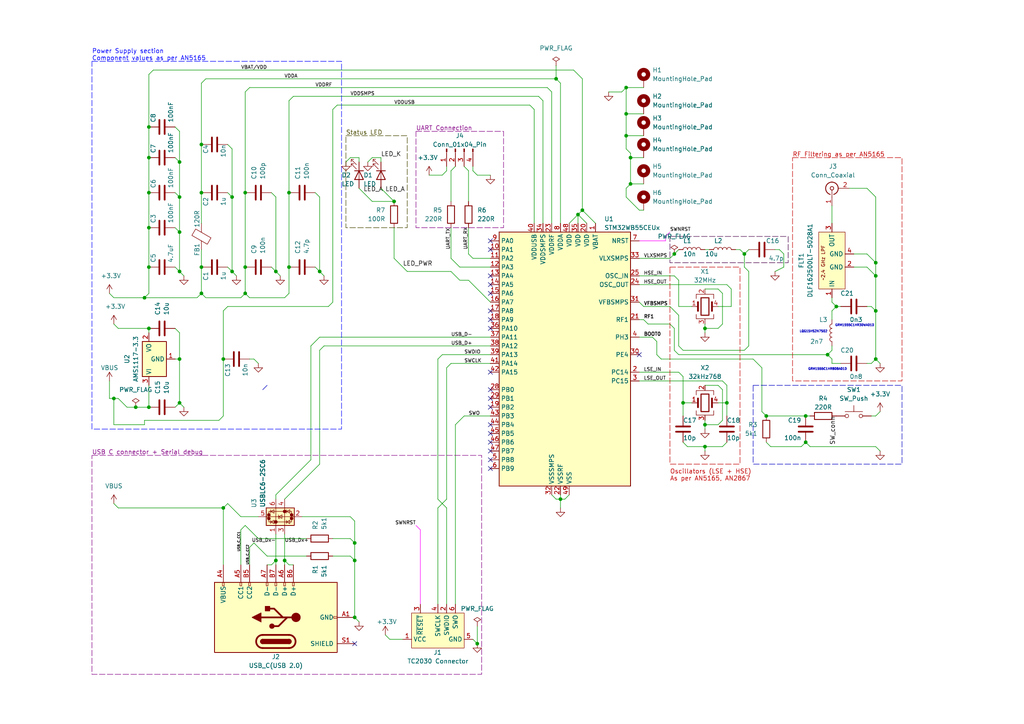
<source format=kicad_sch>
(kicad_sch (version 20231120) (generator "eeschema") (generator_version "8.0")
  (paper "A4")
  (title_block (title "STM32_BT_Project") (date "2024-10-21") (rev "0.2") (company "arpiku.xyz"))
  (junction (at 102.87 157.48))
  (junction (at 52.07 67.31))
  (junction (at 242.57 88.9))
  (junction (at 210.82 116.84))
  (junction (at 67.31 78.74))
  (junction (at 233.68 120.65))
  (junction (at 52.07 104.14))
  (junction (at 254 104.14))
  (junction (at 198.12 116.84))
  (junction (at 43.18 77.47))
  (junction (at 233.68 128.27))
  (junction (at 64.77 104.14))
  (junction (at 80.01 78.74))
  (junction (at 182.88 45.72))
  (junction (at 195.58 73.66))
  (junction (at 83.82 55.88))
  (junction (at 67.31 57.15))
  (junction (at 114.3 58.42))
  (junction (at 52.07 78.74))
  (junction (at 168.91 60.96))
  (junction (at 58.42 77.47))
  (junction (at 43.18 36.83))
  (junction (at 52.07 116.84))
  (junction (at 181.61 39.37))
  (junction (at 254 80.01))
  (junction (at 204.47 95.25))
  (junction (at 71.12 77.47))
  (junction (at 52.07 46.99))
  (junction (at 162.56 144.78))
  (junction (at 71.12 55.88))
  (junction (at 181.61 25.4))
  (junction (at 33.02 115.57))
  (junction (at 58.42 85.09))
  (junction (at 254 76.2))
  (junction (at 52.07 57.15))
  (junction (at 240.03 102.87))
  (junction (at 41.91 86.36))
  (junction (at 254 90.17))
  (junction (at 43.18 95.25))
  (junction (at 39.37 118.11))
  (junction (at 204.47 129.54))
  (junction (at 58.42 55.88))
  (junction (at 43.18 55.88))
  (junction (at 167.64 62.23))
  (junction (at 58.42 41.91))
  (junction (at 92.71 78.74))
  (junction (at 102.87 179.07))
  (junction (at 215.9 73.66))
  (junction (at 43.18 118.11))
  (junction (at 64.77 147.32))
  (junction (at 161.29 22.86))
  (junction (at 82.55 162.56))
  (junction (at 204.47 123.19))
  (junction (at 83.82 77.47))
  (junction (at 102.87 162.56))
  (junction (at 43.18 45.72))
  (junction (at 181.61 33.02))
  (junction (at 71.12 85.09))
  (junction (at 222.25 120.65))
  (junction (at 138.43 186.69))
  (junction (at 182.88 53.34))
  (junction (at 43.18 66.04))
  (junction (at 80.01 162.56))
  (no_connect (at 142.24 82.55))
  (no_connect (at 142.24 123.19))
  (no_connect (at 142.24 90.17))
  (no_connect (at 142.24 133.35))
  (no_connect (at 142.24 135.89))
  (no_connect (at 142.24 107.95))
  (no_connect (at 142.24 115.57))
  (no_connect (at 142.24 113.03))
  (no_connect (at 142.24 69.85))
  (no_connect (at 142.24 85.09))
  (no_connect (at 185.42 102.87))
  (no_connect (at 142.24 95.25))
  (no_connect (at 142.24 125.73))
  (no_connect (at 142.24 130.81))
  (no_connect (at 142.24 92.71))
  (no_connect (at 142.24 118.11))
  (no_connect (at 142.24 80.01))
  (no_connect (at 142.24 128.27))
  (no_connect (at 102.87 186.69))
  (no_connect (at 142.24 72.39))
  (wire (pts (xy 52.07 116.84) (xy 52.07 104.14)))
  (wire (pts (xy 242.57 88.9) (xy 243.84 88.9)))
  (wire (pts (xy 194.31 74.93) (xy 195.58 73.66)))
  (wire (pts (xy 33.02 115.57) (xy 33.02 123.19)))
  (wire (pts (xy 69.85 163.83) (xy 69.85 153.67)))
  (wire (pts (xy 241.3 87.63) (xy 242.57 88.9)))
  (wire (pts (xy 135.89 49.53) (xy 134.62 48.26)))
  (wire (pts (xy 204.47 111.76) (xy 208.28 111.76)))
  (wire (pts (xy 52.07 46.99) (xy 52.07 38.1)))
  (wire (pts (xy 252.73 120.65) (xy 254 120.65)))
  (wire (pts (xy 90.17 100.33) (xy 90.17 133.35)))
  (wire (pts (xy 224.79 72.39) (xy 226.06 72.39)))
  (wire (pts (xy 101.6 161.29) (xy 102.87 162.56)))
  (wire (pts (xy 83.82 77.47) (xy 83.82 85.09)))
  (wire (pts (xy 67.31 78.74) (xy 67.31 57.15)))
  (wire (pts (xy 208.28 111.76) (xy 209.55 113.03)))
  (wire (pts (xy 104.14 54.61) (xy 107.95 58.42)))
  (wire (pts (xy 195.58 80.01) (xy 196.85 81.28)))
  (wire (pts (xy 196.85 107.95) (xy 198.12 109.22)))
  (wire (pts (xy 58.42 24.13) (xy 59.69 22.86)))
  (wire (pts (xy 100.33 46.99) (xy 101.6 45.72)))
  (wire (pts (xy 241.3 59.69) (xy 241.3 64.77)))
  (wire (pts (xy 52.07 78.74) (xy 52.07 67.31)))
  (wire (pts (xy 212.09 83.82) (xy 212.09 88.9)))
  (wire (pts (xy 52.07 67.31) (xy 50.8 66.04)))
  (wire (pts (xy 193.04 69.85) (xy 193.04 68.58)) (stroke (width 0) (color 255 0 255 1)))
  (wire (pts (xy 162.56 24.13) (xy 162.56 64.77)))
  (wire (pts (xy 209.55 121.92) (xy 208.28 123.19)))
  (wire (pts (xy 85.09 27.94) (xy 156.21 27.94)))
  (wire (pts (xy 204.47 121.92) (xy 204.47 123.19)))
  (wire (pts (xy 39.37 118.11) (xy 43.18 118.11)))
  (wire (pts (xy 72.39 25.4) (xy 158.75 25.4)))
  (wire (pts (xy 185.42 97.79) (xy 189.23 97.79)))
  (wire (pts (xy 130.81 105.41) (xy 142.24 105.41)))
  (wire (pts (xy 52.07 57.15) (xy 52.07 46.99)))
  (wire (pts (xy 52.07 104.14) (xy 52.07 96.52)))
  (wire (pts (xy 210.82 82.55) (xy 212.09 83.82)))
  (wire (pts (xy 167.64 62.23) (xy 167.64 64.77)))
  (wire (pts (xy 31.75 85.09) (xy 33.02 86.36)))
  (wire (pts (xy 133.35 81.28) (xy 135.89 81.28)))
  (wire (pts (xy 165.1 64.77) (xy 167.64 62.23)))
  (wire (pts (xy 254 129.54) (xy 255.27 130.81)))
  (wire (pts (xy 208.28 116.84) (xy 210.82 116.84)))
  (wire (pts (xy 64.77 90.17) (xy 64.77 104.14)))
  (wire (pts (xy 113.03 185.42) (xy 116.84 185.42)))
  (wire (pts (xy 198.12 116.84) (xy 200.66 116.84)))
  (wire (pts (xy 43.18 66.04) (xy 43.18 55.88)))
  (wire (pts (xy 185.42 107.95) (xy 196.85 107.95)))
  (wire (pts (xy 181.61 39.37) (xy 186.69 39.37)))
  (wire (pts (xy 210.82 116.84) (xy 210.82 120.65)))
  (wire (pts (xy 67.31 78.74) (xy 68.58 80.01)))
  (wire (pts (xy 233.68 128.27) (xy 234.95 129.54)))
  (wire (pts (xy 189.23 97.79) (xy 190.5 99.06)))
  (wire (pts (xy 83.82 29.21) (xy 83.82 55.88)))
  (wire (pts (xy 135.89 81.28) (xy 142.24 87.63)))
  (wire (pts (xy 186.69 92.71) (xy 187.96 93.98)))
  (wire (pts (xy 77.47 161.29) (xy 88.9 161.29)))
  (wire (pts (xy 72.39 86.36) (xy 82.55 86.36)))
  (wire (pts (xy 220.98 106.68) (xy 220.98 119.38)))
  (wire (pts (xy 73.66 104.14) (xy 74.93 105.41)))
  (wire (pts (xy 190.5 102.87) (xy 191.77 104.14)))
  (wire (pts (xy 209.55 129.54) (xy 210.82 128.27)))
  (wire (pts (xy 85.09 163.83) (xy 83.82 163.83)))
  (wire (pts (xy 186.69 60.96) (xy 185.42 60.96)))
  (wire (pts (xy 138.43 50.8) (xy 142.24 50.8)))
  (wire (pts (xy 33.02 93.98) (xy 34.29 95.25)))
  (wire (pts (xy 43.18 111.76) (xy 43.18 118.11)))
  (wire (pts (xy 82.55 144.78) (xy 92.71 134.62)))
  (wire (pts (xy 110.49 45.72) (xy 110.49 46.99)))
  (wire (pts (xy 83.82 29.21) (xy 85.09 27.94)))
  (wire (pts (xy 31.75 115.57) (xy 31.75 110.49)))
  (wire (pts (xy 90.17 100.33) (xy 92.71 97.79)))
  (wire (pts (xy 80.01 143.51) (xy 90.17 133.35)))
  (wire (pts (xy 71.12 26.67) (xy 71.12 55.88)))
  (wire (pts (xy 186.69 88.9) (xy 194.31 88.9)))
  (wire (pts (xy 101.6 149.86) (xy 102.87 151.13)))
  (wire (pts (xy 58.42 77.47) (xy 58.42 72.39)))
  (wire (pts (xy 161.29 144.78) (xy 162.56 144.78)))
  (wire (pts (xy 78.74 77.47) (xy 80.01 78.74)))
  (wire (pts (xy 82.55 162.56) (xy 82.55 154.94)))
  (wire (pts (xy 43.18 77.47) (xy 43.18 85.09)))
  (wire (pts (xy 102.87 179.07) (xy 104.14 180.34)))
  (wire (pts (xy 185.42 87.63) (xy 186.69 88.9)))
  (wire (pts (xy 96.52 31.75) (xy 96.52 87.63)))
  (wire (pts (xy 185.42 110.49) (xy 209.55 110.49)))
  (wire (pts (xy 137.16 48.26) (xy 137.16 49.53)))
  (wire (pts (xy 209.55 85.09) (xy 209.55 93.98)))
  (wire (pts (xy 102.87 162.56) (xy 102.87 157.48)))
  (wire (pts (xy 95.25 88.9) (xy 96.52 87.63)))
  (wire (pts (xy 67.31 57.15) (xy 67.31 43.18)))
  (wire (pts (xy 52.07 116.84) (xy 53.34 118.11)))
  (wire (pts (xy 158.75 25.4) (xy 160.02 26.67)))
  (wire (pts (xy 52.07 78.74) (xy 53.34 80.01)))
  (wire (pts (xy 92.71 101.6) (xy 92.71 134.62)))
  (wire (pts (xy 57.15 86.36) (xy 58.42 85.09)))
  (wire (pts (xy 93.98 100.33) (xy 142.24 100.33)))
  (wire (pts (xy 195.58 73.66) (xy 196.85 72.39)))
  (wire (pts (xy 134.62 120.65) (xy 142.24 120.65)))
  (wire (pts (xy 129.54 49.53) (xy 128.27 50.8)))
  (wire (pts (xy 58.42 85.09) (xy 59.69 86.36)))
  (wire (pts (xy 33.02 115.57) (xy 34.29 115.57)))
  (wire (pts (xy 168.91 60.96) (xy 167.64 62.23)))
  (wire (pts (xy 127 147.32) (xy 127 175.26)))
  (wire (pts (xy 92.71 78.74) (xy 92.71 57.15)))
  (wire (pts (xy 215.9 77.47) (xy 217.17 78.74)))
  (wire (pts (xy 102.87 157.48) (xy 102.87 151.13)))
  (wire (pts (xy 43.18 45.72) (xy 43.18 36.83)))
  (wire (pts (xy 129.54 48.26) (xy 129.54 49.53)))
  (wire (pts (xy 135.89 73.66) (xy 137.16 74.93)))
  (wire (pts (xy 254 76.2) (xy 254 80.01)))
  (wire (pts (xy 234.95 129.54) (xy 254 129.54)))
  (wire (pts (xy 97.79 30.48) (xy 153.67 30.48)))
  (wire (pts (xy 251.46 77.47) (xy 254 80.01)))
  (wire (pts (xy 222.25 120.65) (xy 233.68 120.65)))
  (wire (pts (xy 241.3 100.33) (xy 241.3 101.6)))
  (wire (pts (xy 129.54 106.68) (xy 130.81 105.41)))
  (wire (pts (xy 63.5 121.92) (xy 64.77 120.65)))
  (wire (pts (xy 58.42 55.88) (xy 58.42 64.77)))
  (wire (pts (xy 204.47 130.81) (xy 204.47 129.54)))
  (wire (pts (xy 217.17 78.74) (xy 217.17 100.33)))
  (wire (pts (xy 223.52 129.54) (xy 222.25 128.27)))
  (wire (pts (xy 69.85 149.86) (xy 74.93 149.86)))
  (wire (pts (xy 104.14 45.72) (xy 104.14 46.99)))
  (wire (pts (xy 87.63 149.86) (xy 101.6 149.86)))
  (wire (pts (xy 241.3 90.17) (xy 241.3 92.71)))
  (wire (pts (xy 168.91 22.86) (xy 168.91 60.96)))
  (wire (pts (xy 154.94 31.75) (xy 154.94 64.77)))
  (wire (pts (xy 215.9 101.6) (xy 217.17 100.33)))
  (wire (pts (xy 41.91 123.19) (xy 41.91 121.92)))
  (wire (pts (xy 181.61 25.4) (xy 181.61 33.02)))
  (wire (pts (xy 194.31 88.9) (xy 196.85 91.44)))
  (wire (pts (xy 204.47 93.98) (xy 204.47 95.25)))
  (wire (pts (xy 33.02 123.19) (xy 41.91 123.19)))
  (wire (pts (xy 67.31 43.18) (xy 66.04 41.91)))
  (wire (pts (xy 78.74 163.83) (xy 80.01 162.56)))
  (wire (pts (xy 130.81 74.93) (xy 133.35 77.47)))
  (wire (pts (xy 74.93 156.21) (xy 88.9 156.21)))
  (wire (pts (xy 66.04 146.05) (xy 69.85 149.86)))
  (wire (pts (xy 185.42 60.96) (xy 181.61 57.15)))
  (wire (pts (xy 31.75 115.57) (xy 33.02 115.57)))
  (wire (pts (xy 204.47 95.25) (xy 204.47 96.52)))
  (wire (pts (xy 59.69 22.86) (xy 161.29 22.86)))
  (wire (pts (xy 130.81 49.53) (xy 132.08 48.26)))
  (wire (pts (xy 162.56 143.51) (xy 162.56 144.78)))
  (wire (pts (xy 83.82 163.83) (xy 82.55 162.56)))
  (wire (pts (xy 69.85 86.36) (xy 71.12 85.09)))
  (wire (pts (xy 215.9 73.66) (xy 217.17 72.39)))
  (wire (pts (xy 50.8 104.14) (xy 52.07 104.14)))
  (wire (pts (xy 52.07 67.31) (xy 52.07 57.15)))
  (wire (pts (xy 137.16 185.42) (xy 138.43 186.69)))
  (wire (pts (xy 106.68 46.99) (xy 107.95 45.72)))
  (wire (pts (xy 241.3 86.36) (xy 241.3 87.63)))
  (wire (pts (xy 130.81 66.04) (xy 130.81 74.93)))
  (wire (pts (xy 77.47 163.83) (xy 78.74 163.83)))
  (wire (pts (xy 92.71 101.6) (xy 93.98 100.33)))
  (wire (pts (xy 198.12 101.6) (xy 215.9 101.6)))
  (wire (pts (xy 208.28 83.82) (xy 209.55 85.09)))
  (wire (pts (xy 210.82 111.76) (xy 210.82 116.84)))
  (wire (pts (xy 113.03 185.42) (xy 111.76 184.15)))
  (wire (pts (xy 72.39 158.75) (xy 73.66 157.48)))
  (wire (pts (xy 121.92 153.67) (xy 120.65 152.4)) (stroke (width 0) (color 255 0 255 1)))
  (wire (pts (xy 137.16 74.93) (xy 142.24 74.93)))
  (wire (pts (xy 50.8 118.11) (xy 52.07 116.84)))
  (wire (pts (xy 114.3 74.93) (xy 118.11 78.74)))
  (wire (pts (xy 110.49 54.61) (xy 114.3 58.42)))
  (wire (pts (xy 71.12 77.47) (xy 71.12 55.88)))
  (wire (pts (xy 182.88 53.34) (xy 186.69 53.34)))
  (wire (pts (xy 190.5 99.06) (xy 190.5 102.87)))
  (wire (pts (xy 33.02 146.05) (xy 34.29 147.32)))
  (wire (pts (xy 193.04 68.58) (xy 194.31 67.31)) (stroke (width 0) (color 255 0 255 1)))
  (wire (pts (xy 196.85 81.28) (xy 196.85 88.9)))
  (wire (pts (xy 64.77 163.83) (xy 64.77 147.32)))
  (wire (pts (xy 127 104.14) (xy 128.27 102.87)))
  (wire (pts (xy 133.35 77.47) (xy 142.24 77.47)))
  (wire (pts (xy 198.12 128.27) (xy 199.39 129.54)))
  (wire (pts (xy 185.42 82.55) (xy 210.82 82.55)))
  (wire (pts (xy 176.53 26.67) (xy 180.34 26.67)))
  (wire (pts (xy 69.85 153.67) (xy 71.12 152.4)))
  (wire (pts (xy 209.55 113.03) (xy 209.55 121.92)))
  (wire (pts (xy 181.61 39.37) (xy 181.61 43.18)))
  (wire (pts (xy 240.03 102.87) (xy 241.3 101.6)))
  (wire (pts (xy 96.52 31.75) (xy 97.79 30.48)))
  (wire (pts (xy 227.33 73.66) (xy 227.33 77.47)))
  (wire (pts (xy 181.61 25.4) (xy 186.69 25.4)))
  (wire (pts (xy 180.34 26.67) (xy 181.61 25.4)))
  (wire (pts (xy 204.47 129.54) (xy 209.55 129.54)))
  (wire (pts (xy 160.02 26.67) (xy 160.02 64.77)))
  (wire (pts (xy 194.31 74.93) (xy 185.42 74.93)))
  (wire (pts (xy 156.21 27.94) (xy 157.48 29.21)))
  (wire (pts (xy 226.06 72.39) (xy 227.33 73.66)))
  (wire (pts (xy 204.47 123.19) (xy 208.28 123.19)))
  (wire (pts (xy 71.12 26.67) (xy 72.39 25.4)))
  (wire (pts (xy 161.29 22.86) (xy 162.56 24.13)))
  (wire (pts (xy 64.77 120.65) (xy 64.77 104.14)))
  (wire (pts (xy 132.08 123.19) (xy 132.08 175.26)))
  (wire (pts (xy 52.07 46.99) (xy 50.8 45.72)))
  (wire (pts (xy 34.29 115.57) (xy 36.83 118.11)))
  (wire (pts (xy 193.04 69.85) (xy 185.42 69.85)) (stroke (width 0) (color 255 0 255 1)))
  (wire (pts (xy 198.12 116.84) (xy 198.12 120.65)))
  (wire (pts (xy 215.9 73.66) (xy 214.63 72.39)))
  (wire (pts (xy 208.28 88.9) (xy 212.09 88.9)))
  (wire (pts (xy 64.77 90.17) (xy 66.04 88.9)))
  (wire (pts (xy 215.9 77.47) (xy 215.9 73.66)))
  (wire (pts (xy 209.55 110.49) (xy 210.82 111.76)))
  (wire (pts (xy 130.81 78.74) (xy 133.35 81.28)))
  (wire (pts (xy 138.43 181.61) (xy 138.43 186.69)))
  (wire (pts (xy 52.07 78.74) (xy 50.8 77.47)))
  (wire (pts (xy 247.65 77.47) (xy 251.46 77.47)))
  (wire (pts (xy 182.88 45.72) (xy 186.69 45.72)))
  (wire (pts (xy 107.95 45.72) (xy 110.49 45.72)))
  (wire (pts (xy 58.42 55.88) (xy 58.42 41.91)))
  (wire (pts (xy 34.29 95.25) (xy 43.18 95.25)))
  (wire (pts (xy 204.47 123.19) (xy 204.47 124.46)))
  (wire (pts (xy 128.27 102.87) (xy 142.24 102.87)))
  (wire (pts (xy 191.77 104.14) (xy 218.44 104.14)))
  (wire (pts (xy 220.98 119.38) (xy 222.25 120.65)))
  (wire (pts (xy 67.31 78.74) (xy 66.04 77.47)))
  (wire (pts (xy 92.71 97.79) (xy 142.24 97.79)))
  (wire (pts (xy 204.47 95.25) (xy 208.28 95.25)))
  (wire (pts (xy 185.42 92.71) (xy 186.69 92.71)))
  (wire (pts (xy 167.64 62.23) (xy 170.18 64.77)))
  (wire (pts (xy 166.37 20.32) (xy 168.91 22.86)))
  (wire (pts (xy 58.42 24.13) (xy 58.42 41.91)))
  (wire (pts (xy 80.01 78.74) (xy 81.28 80.01)))
  (wire (pts (xy 233.68 128.27) (xy 232.41 129.54)))
  (wire (pts (xy 132.08 123.19) (xy 134.62 120.65)))
  (wire (pts (xy 195.58 101.6) (xy 196.85 102.87)))
  (wire (pts (xy 251.46 73.66) (xy 254 76.2)))
  (wire (pts (xy 82.55 163.83) (xy 82.55 162.56)))
  (wire (pts (xy 41.91 86.36) (xy 43.18 85.09)))
  (wire (pts (xy 92.71 57.15) (xy 91.44 55.88)))
  (wire (pts (xy 182.88 44.45) (xy 181.61 43.18)))
  (wire (pts (xy 251.46 54.61) (xy 254 57.15)))
  (wire (pts (xy 182.88 45.72) (xy 182.88 53.34)))
  (wire (pts (xy 181.61 33.02) (xy 181.61 39.37)))
  (wire (pts (xy 59.69 86.36) (xy 69.85 86.36)))
  (wire (pts (xy 73.66 157.48) (xy 77.47 161.29)))
  (wire (pts (xy 254 104.14) (xy 255.27 105.41)))
  (wire (pts (xy 254 80.01) (xy 254 90.17)))
  (wire (pts (xy 114.3 66.04) (xy 114.3 74.93)))
  (wire (pts (xy 161.29 19.05) (xy 161.29 22.86)))
  (wire (pts (xy 247.65 73.66) (xy 251.46 73.66)))
  (wire (pts (xy 121.92 153.67) (xy 121.92 175.26)) (stroke (width 0) (color 255 0 255 1)))
  (wire (pts (xy 43.18 95.25) (xy 43.18 96.52)))
  (wire (pts (xy 135.89 66.04) (xy 135.89 73.66)))
  (wire (pts (xy 72.39 163.83) (xy 72.39 158.75)))
  (wire (pts (xy 213.36 72.39) (xy 214.63 72.39)))
  (wire (pts (xy 251.46 88.9) (xy 252.73 88.9)))
  (wire (pts (xy 162.56 144.78) (xy 162.56 147.32)))
  (wire (pts (xy 127 147.32) (xy 129.54 144.78)))
  (wire (pts (xy 223.52 129.54) (xy 232.41 129.54)))
  (wire (pts (xy 78.74 55.88) (xy 80.01 57.15)))
  (wire (pts (xy 187.96 93.98) (xy 194.31 93.98)))
  (wire (pts (xy 182.88 45.72) (xy 182.88 44.45)))
  (wire (pts (xy 118.11 78.74) (xy 130.81 78.74)))
  (wire (pts (xy 124.46 50.8) (xy 128.27 50.8)))
  (wire (pts (xy 34.29 147.32) (xy 64.77 147.32)))
  (wire (pts (xy 129.54 147.32) (xy 129.54 175.26)))
  (wire (pts (xy 196.85 100.33) (xy 198.12 101.6)))
  (wire (pts (xy 241.3 104.14) (xy 241.3 105.41)))
  (wire (pts (xy 67.31 57.15) (xy 66.04 55.88)))
  (wire (pts (xy 199.39 129.54) (xy 204.47 129.54)))
  (wire (pts (xy 80.01 162.56) (xy 80.01 154.94)))
  (wire (pts (xy 101.6 156.21) (xy 102.87 157.48)))
  (wire (pts (xy 181.61 33.02) (xy 186.69 33.02)))
  (wire (pts (xy 241.3 90.17) (xy 242.57 88.9)))
  (wire (pts (xy 72.39 104.14) (xy 73.66 104.14)))
  (wire (pts (xy 204.47 72.39) (xy 205.74 72.39)))
  (wire (pts (xy 82.55 86.36) (xy 83.82 85.09)))
  (wire (pts (xy 80.01 144.78) (xy 80.01 143.51)))
  (wire (pts (xy 52.07 57.15) (xy 50.8 55.88)))
  (wire (pts (xy 220.98 106.68) (xy 218.44 104.14)))
  (wire (pts (xy 80.01 78.74) (xy 80.01 57.15)))
  (wire (pts (xy 196.85 88.9) (xy 200.66 88.9)))
  (wire (pts (xy 96.52 156.21) (xy 101.6 156.21)))
  (wire (pts (xy 135.89 49.53) (xy 135.89 58.42)))
  (wire (pts (xy 58.42 77.47) (xy 58.42 85.09)))
  (wire (pts (xy 185.42 80.01) (xy 195.58 80.01)))
  (wire (pts (xy 43.18 21.59) (xy 44.45 20.32)))
  (wire (pts (xy 129.54 106.68) (xy 129.54 144.78)))
  (wire (pts (xy 195.58 95.25) (xy 195.58 101.6)))
  (wire (pts (xy 168.91 60.96) (xy 172.72 64.77)))
  (wire (pts (xy 196.85 102.87) (xy 240.03 102.87)))
  (wire (pts (xy 204.47 83.82) (xy 208.28 83.82)))
  (wire (pts (xy 196.85 91.44) (xy 196.85 100.33)))
  (polyline (pts (xy 76.2 113.03) (xy 77.47 111.76)))
  (wire (pts (xy 44.45 20.32) (xy 166.37 20.32)))
  (wire (pts (xy 246.38 54.61) (xy 251.46 54.61)))
  (wire (pts (xy 160.02 143.51) (xy 161.29 144.78)))
  (wire (pts (xy 153.67 30.48) (xy 154.94 31.75)))
  (wire (pts (xy 130.81 58.42) (xy 130.81 49.53)))
  (wire (pts (xy 254 90.17) (xy 254 104.14)))
  (wire (pts (xy 43.18 21.59) (xy 43.18 36.83)))
  (wire (pts (xy 137.16 49.53) (xy 138.43 50.8)))
  (wire (pts (xy 251.46 105.41) (xy 252.73 105.41)))
  (wire (pts (xy 83.82 77.47) (xy 83.82 55.88)))
  (wire (pts (xy 227.33 77.47) (xy 224.79 78.74)))
  (wire (pts (xy 64.77 147.32) (xy 66.04 146.05)))
  (wire (pts (xy 52.07 96.52) (xy 50.8 95.25)))
  (wire (pts (xy 92.71 78.74) (xy 91.44 77.47)))
  (wire (pts (xy 181.61 57.15) (xy 181.61 54.61)))
  (wire (pts (xy 163.83 144.78) (xy 165.1 143.51)))
  (wire (pts (xy 43.18 55.88) (xy 43.18 45.72)))
  (wire (pts (xy 74.93 156.21) (xy 71.12 152.4)))
  (wire (pts (xy 41.91 86.36) (xy 57.15 86.36)))
  (wire (pts (xy 254 104.14) (xy 252.73 105.41)))
  (wire (pts (xy 71.12 77.47) (xy 71.12 85.09)))
  (wire (pts (xy 240.03 102.87) (xy 241.3 104.14)))
  (wire (pts (xy 33.02 86.36) (xy 41.91 86.36)))
  (wire (pts (xy 241.3 105.41) (xy 243.84 105.41)))
  (wire (pts (xy 157.48 29.21) (xy 157.48 64.77)))
  (wire (pts (xy 96.52 161.29) (xy 101.6 161.29)))
  (wire (pts (xy 254 120.65) (xy 255.27 119.38)))
  (wire (pts (xy 129.54 147.32) (xy 127 144.78)))
  (wire (pts (xy 102.87 179.07) (xy 102.87 162.56)))
  (wire (pts (xy 36.83 118.11) (xy 39.37 118.11)))
  (wire (pts (xy 66.04 88.9) (xy 95.25 88.9)))
  (wire (pts (xy 162.56 144.78) (xy 163.83 144.78)))
  (wire (pts (xy 233.68 120.65) (xy 234.95 120.65)))
  (wire (pts (xy 127 104.14) (xy 127 144.78)))
  (wire (pts (xy 107.95 58.42) (xy 114.3 58.42)))
  (wire (pts (xy 252.73 88.9) (xy 254 90.17)))
  (wire (pts (xy 80.01 163.83) (xy 80.01 162.56)))
  (wire (pts (xy 101.6 45.72) (xy 104.14 45.72)))
  (wire (pts (xy 209.55 93.98) (xy 208.28 95.25)))
  (wire (pts (xy 71.12 85.09) (xy 72.39 86.36)))
  (wire (pts (xy 43.18 77.47) (xy 43.18 66.04)))
  (wire (pts (xy 254 57.15) (xy 254 76.2)))
  (wire (pts (xy 92.71 78.74) (xy 93.98 80.01)))
  (wire (pts (xy 52.07 38.1) (xy 50.8 36.83)))
  (wire (pts (xy 41.91 121.92) (xy 63.5 121.92)))
  (wire (pts (xy 194.31 93.98) (xy 195.58 95.25)))
  (wire (pts (xy 198.12 109.22) (xy 198.12 116.84)))
  (wire (pts (xy 181.61 54.61) (xy 182.88 53.34)))
  (rectangle (start 26.67 17.78) (end 99.06 124.46) (stroke (width 0) (type dash) (color 0 0 255 1)))
  (rectangle (start 229.87 45.72) (end 261.62 110.49) (stroke (width 0) (type dash) (color 194 0 0 1)))
  (rectangle (start 218.44 111.76) (end 261.62 134.62) (stroke (width 0) (type dash)))
  (rectangle (start 194.31 77.47) (end 214.63 134.62) (stroke (width 0) (type dash) (color 194 0 0 1)))
  (rectangle (start 100.33 39.37) (end 118.11 66.04) (stroke (width 0) (type dash) (color 72 72 0 1)))
  (rectangle (start 120.65 38.1) (end 146.05 66.04) (stroke (width 0) (type dash) (color 132 0 132 1)))
  (rectangle (start 26.67 132.08) (end 139.7 195.58) (stroke (width 0) (type dash) (color 132 0 132 1)))
  (rectangle (start 194.31 68.58) (end 228.6 76.2) (stroke (width 0) (type dash) (color 72 0 72 1)))
  (text "LQG15HS2N7S02" (at 235.966 96.266 0) (effects (font (size 0.635 0.635))))
  (text "Oscillators (LSE + HSE) \nAs per AN5165, AN2867" (at 194.31 139.7 0) (effects (font (size 1.27 1.27)) (justify left bottom)))
  (text "USB C connector + Serial debug\n" (at 26.67 132.08 0) (effects (font (size 1.27 1.27)) (justify left bottom)))
  (text "RF Filtering as per AN5165" (at 229.87 45.72 0) (effects (font (size 1.27 1.27)) (justify left bottom)))
  (text "GRM1555C1HR80BA01D" (at 240.03 107.188 0) (effects (font (size 0.635 0.635))))
  (text "UART Connection\n" (at 120.65 38.1 0) (effects (font (size 1.27 1.27)) (justify left bottom)))
  (text "GRM1555C1HR30WA01D" (at 247.904 94.488 0) (effects (font (size 0.635 0.635))))
  (text "Power Supply section\nComponent values as per AN5165" (at 26.67 17.78 0) (effects (font (size 1.27 1.27)) (justify left bottom)))
  (text "Status LED" (at 100.33 39.37 0) (effects (font (size 1.27 1.27)) (justify left bottom)))
  (label "USB_C_CC2" (at 72.39 163.83 90) (effects (font (size 0.68 0.68))))
  (label "SWNRST" (at 120.65 152.4 180) (effects (font (size 1 1))))
  (label "VDDUSB" (at 114.3 30.48 0) (effects (font (size 1 1))))
  (label "BOOT0" (at 186.69 97.79 0) (effects (font (size 1 1) (thickness 0.2) (bold yes))))
  (label "LSE_OUT" (at 186.69 110.49 0) (effects (font (size 1 1))))
  (label "HSE_IN" (at 186.69 80.01 0) (effects (font (size 1 1))))
  (label "SWNRST" (at 194.31 67.31 0) (effects (font (size 1 1))))
  (label "LSE_IN" (at 186.69 107.95 0) (effects (font (size 1 1))))
  (label "RF1" (at 186.69 92.71 0) (effects (font (size 1 1) (thickness 0.2) (bold yes))))
  (label "HSE_OUT" (at 186.69 82.55 0) (effects (font (size 1 1))))
  (label "USB_C_CC1" (at 69.85 160.02 90) (effects (font (size 0.68 0.68))))
  (label "VFBSMPS" (at 186.69 88.9 0) (effects (font (size 1 1) (thickness 0.2) (bold yes))))
  (label "USB_Dx-" (at 80.01 157.48 180) (effects (font (size 1 1))))
  (label "LED_K" (at 110.49 45.72 0))
  (label "VDDA" (at 86.36 22.86 180) (effects (font (size 1 1))))
  (label "LED_A" (at 105.41 55.88 0))
  (label "USB_D+" (at 130.81 100.33 0) (effects (font (size 1 1))))
  (label "USB_D-" (at 130.81 97.79 0) (effects (font (size 1 1))))
  (label "SWDIO" (at 134.62 102.87 0) (effects (font (size 1 1))))
  (label "USB_Dx+" (at 82.55 157.48 0) (effects (font (size 1 1))))
  (label "LED_PWR" (at 116.84 77.47 0))
  (label "VDDSMPS" (at 101.6 27.94 0) (effects (font (size 1 1))))
  (label "SW_conn" (at 242.57 120.65 270))
  (label "VLXSMPS" (at 186.69 74.93 0) (effects (font (size 1 1))))
  (label "VDDRF" (at 91.44 25.4 0) (effects (font (size 1 1))))
  (label "SWO" (at 135.89 120.65 0) (effects (font (size 1 1))))
  (label "UART_TX" (at 130.81 72.39 90) (effects (font (size 1 1))))
  (label "SWCLK" (at 134.62 105.41 0) (effects (font (size 1 1))))
  (label "VBAT{slash}VDD" (at 77.47 20.32 180) (effects (font (size 1 1))))
  (label "LED_A" (at 111.76 55.88 0))
  (label "UART_RX" (at 135.89 72.39 90) (effects (font (size 1 1))))
  (symbol (lib_id "power:GND") (at 224.79 78.74 0) (unit 1)
    (property "Reference" "#PWR017" (effects (hide yes)))
    (property "Value" "GND" (effects (hide yes)))
  )
  (symbol (lib_id "power:+3.3V") (at 33.02 93.98 0) (unit 1)
    (property "Reference" "#PWR014" (effects (hide yes)))
    (property "Value" "+3.3V" (at 30.48 88.9 0) (effects (justify left)))
  )
  (symbol (lib_id "power:GND") (at 176.53 26.67 0) (mirror y) (unit 1)
    (property "Reference" "#PWR026" (effects (hide yes)))
    (property "Value" "GND" (effects (hide yes)))
  )
  (symbol (lib_id "Mechanical:MountingHole_Pad") (at 186.69 58.42 0) (unit 1) (exclude_from_sim yes) (in_bom no)
    (property "Reference" "H6" (at 189.23 55.8799 0) (effects (justify left)))
    (property "Value" "MountingHole_Pad" (at 189.23 58.4199 0) (effects (justify left)))
    (property "Description" "Mounting Hole with connection" (effects (hide yes)))
  )
  (symbol (lib_id "Device:C") (at 46.99 45.72 90) (unit 1)
    (property "Reference" "C7" (at 44.45 44.45 0) (effects (justify left)))
    (property "Value" "100nF" (at 49.53 44.45 0) (effects (justify left)))
    (property "Footprint" "Capacitor_SMD:C_0402_1005Metric" (effects (hide yes)))
  )
  (symbol (lib_id "power:GND") (at 204.47 96.52 0) (unit 1)
    (property "Reference" "#PWR018" (effects (hide yes)))
    (property "Value" "GND" (effects (hide yes)))
  )
  (symbol (lib_id "Device:R") (at 135.89 62.23 0) (unit 1)
    (property "Reference" "R6" (at 138.43 60.96 0) (effects (justify left)))
    (property "Value" "220R" (at 138.43 63.5 0) (effects (justify left)))
    (property "Footprint" "Resistor_SMD:R_0603_1608Metric" (effects (hide yes)))
  )
  (symbol (lib_id "Device:L") (at 200.66 72.39 270) (mirror x) (unit 1)
    (property "Reference" "L1" (at 198.12 69.85 90) (effects (justify left)))
    (property "Value" "10n" (at 198.12 73.66 90) (effects (justify left)))
    (property "Footprint" "Inductor_SMD:L_0402_1005Metric" (effects (hide yes)))
  )
  (symbol (lib_id "Device:C") (at 68.58 104.14 90) (mirror x) (unit 1)
    (property "Reference" "C13" (at 66.04 105.41 0) (effects (justify left)))
    (property "Value" "10n" (at 71.12 105.41 0) (effects (justify left)))
    (property "Footprint" "Capacitor_SMD:C_0603_1608Metric" (effects (hide yes)))
  )
  (symbol (lib_id "Device:R") (at 114.3 62.23 0) (mirror y) (unit 1)
    (property "Reference" "R7" (at 111.76 60.96 0) (effects (justify left)))
    (property "Value" "100R" (at 111.76 63.5 0) (effects (justify left)))
    (property "Footprint" "Resistor_SMD:R_0603_1608Metric" (effects (hide yes)))
  )
  (symbol (lib_id "power:GND") (at 81.28 80.01 0) (unit 1)
    (property "Reference" "#PWR03" (effects (hide yes)))
    (property "Value" "GND" (effects (hide yes)))
  )
  (symbol (lib_id "power:GND") (at 204.47 130.81 0) (unit 1)
    (property "Reference" "#PWR019" (effects (hide yes)))
    (property "Value" "GND" (effects (hide yes)))
  )
  (symbol (lib_id "Device:C") (at 46.99 36.83 90) (unit 1)
    (property "Reference" "C8" (at 44.45 35.56 0) (effects (justify left)))
    (property "Value" "100nF" (at 49.53 35.56 0) (effects (justify left)))
    (property "Footprint" "Capacitor_SMD:C_0402_1005Metric" (effects (hide yes)))
  )
  (symbol (lib_id "Device:C") (at 62.23 77.47 90) (mirror x) (unit 1)
    (property "Reference" "C1" (at 59.69 78.74 0) (effects (justify left)))
    (property "Value" "1u" (at 64.77 78.74 0) (effects (justify left)))
    (property "Footprint" "Capacitor_SMD:C_0603_1608Metric" (effects (hide yes)))
  )
  (symbol (lib_id "power:GND") (at 255.27 130.81 0) (unit 1)
    (property "Reference" "#PWR023" (effects (hide yes)))
    (property "Value" "GND" (effects (hide yes)))
  )
  (symbol (lib_id "power:GND") (at 106.68 46.99 0) (unit 1)
    (property "Reference" "#PWR09" (effects (hide yes)))
    (property "Value" "GND" (effects (hide yes)))
  )
  (symbol (lib_id "Mechanical:MountingHole_Pad") (at 186.69 50.8 0) (unit 1) (exclude_from_sim yes) (in_bom no)
    (property "Reference" "H5" (at 189.23 48.2599 0) (effects (justify left)))
    (property "Value" "MountingHole_Pad" (at 189.23 50.7999 0) (effects (justify left)))
    (property "Description" "Mounting Hole with connection" (effects (hide yes)))
  )
  (symbol (lib_id "Regulator_Linear:AMS1117-3.3") (at 43.18 104.14 90) (unit 1)
    (property "Reference" "U2" (at 36.83 104.14 0))
    (property "Value" "AMS1117-3.3" (at 39.37 104.14 0))
    (property "Footprint" "Package_TO_SOT_SMD:SOT-223-3_TabPin2" (effects (hide yes)))
    (property "Datasheet" "http://www.advanced-monolithic.com/pdf/ds1117.pdf" (effects (hide yes)))
  )
  (symbol (lib_id "Connector:USB_C_Receptacle_USB2.0_14P") (at 80.01 179.07 90) (unit 1)
    (property "Reference" "J2" (at 80.01 190.5 90))
    (property "Value" "USB_C(USB 2.0)" (at 80.01 193.04 90))
    (property "Footprint" "Connector_USB:USB_C_Receptacle_GCT_USB4105-xx-A_16P_TopMnt_Horizontal" (effects (hide yes)))
    (property "Datasheet" "https://www.usb.org/sites/default/files/documents/usb_type-c.zip" (effects (hide yes)))
  )
  (symbol (lib_id "power:+3.3V") (at 124.46 50.8 0) (mirror y) (unit 1)
    (property "Reference" "#PWR08" (effects (hide yes)))
    (property "Value" "+3.3V" (at 127 45.72 0) (effects (justify left)))
  )
  (symbol (lib_id "Connector:Conn_ARM_SWD_TagConnect_TC2030") (at 127 182.88 90) (unit 1) (in_bom no)
    (property "Reference" "J1" (at 125.73 189.23 90) (effects (justify right)))
    (property "Value" "TC2030 Connector" (at 118.11 191.77 90) (effects (justify right)))
    (property "Footprint" "Connector:Tag-Connect_TC2030-IDC-FP_2x03_P1.27mm_Vertical" (effects (hide yes)))
    (property "Datasheet" "https://www.tag-connect.com/wp-content/uploads/bsk-pdf-manager/TC2030-CTX_1.pdf" (effects (hide yes)))
  )
  (symbol (lib_id "Device:C") (at 46.99 118.11 90) (unit 1)
    (property "Reference" "C15" (at 45.72 114.3 0) (effects (justify left)))
    (property "Value" "10u" (at 48.26 114.3 0) (effects (justify left)))
    (property "Footprint" "Capacitor_SMD:C_0603_1608Metric" (effects (hide yes)))
  )
  (symbol (lib_id "Device:R") (at 130.81 62.23 0) (mirror y) (unit 1)
    (property "Reference" "R5" (at 128.27 60.96 0) (effects (justify left)))
    (property "Value" "220R" (at 128.27 63.5 0) (effects (justify left)))
    (property "Footprint" "Resistor_SMD:R_0603_1608Metric" (effects (hide yes)))
  )
  (symbol (lib_id "power:PWR_FLAG") (at 161.29 19.05 0) (unit 1)
    (property "Reference" "#FLG01" (effects (hide yes)))
    (property "Value" "PWR_FLAG" (at 161.29 13.97 0))
  )
  (symbol (lib_name "PWR_FLAG_3") (lib_id "power:PWR_FLAG") (at 195.58 73.66 0) (unit 1)
    (property "Reference" "#FLG04" (effects (hide yes)))
    (property "Value" "PWR_FLAG" (at 195.58 68.58 0))
    (property "Description" "Special symbol for telling ERC where power comes from" (effects (hide yes)))
  )
  (symbol (lib_id "Switch:SW_Push") (at 247.65 120.65 0) (unit 1)
    (property "Reference" "SW1" (at 247.65 113.03 0))
    (property "Value" "SW_Push" (at 247.65 115.57 0))
    (property "Footprint" "Button_Switch_THT:SW_PUSH_6mm_H4.3mm" (effects (hide yes)))
  )
  (symbol (lib_id "power:+3.3V") (at 255.27 119.38 0) (unit 1)
    (property "Reference" "#PWR022" (effects (hide yes)))
    (property "Value" "+3.3V" (at 255.27 114.3 0))
  )
  (symbol (lib_id "Device:R") (at 238.76 120.65 270) (mirror x) (unit 1)
    (property "Reference" "R4" (at 238.76 115.57 90))
    (property "Value" "220R" (at 238.76 118.11 90))
    (property "Footprint" "Resistor_SMD:R_0603_1608Metric" (effects (hide yes)))
  )
  (symbol (lib_id "Device:L") (at 241.3 96.52 180) (unit 1)
    (property "Reference" "L3" (at 240.03 92.71 0) (effects (justify left)))
    (property "Value" "2n7" (at 238.76 99.06 0) (effects (justify left)))
    (property "Footprint" "Inductor_SMD:L_0402_1005Metric" (effects (hide yes)))
  )
  (symbol (lib_id "Device:L") (at 209.55 72.39 90) (unit 1)
    (property "Reference" "L2" (at 209.55 69.85 90) (effects (justify left)))
    (property "Value" "10u" (at 208.28 73.66 90) (effects (justify left)))
    (property "Footprint" "Inductor_SMD:L_0603_1608Metric" (effects (hide yes)))
  )
  (symbol (lib_id "Connector:Conn_Coaxial") (at 241.3 54.61 90) (unit 1)
    (property "Reference" "J3" (at 241.5932 48.26 90))
    (property "Value" "Conn_Coaxial" (at 241.5932 50.8 90))
    (property "Footprint" "Connector_Coaxial:U.FL_Hirose_U.FL-R-SMT-1_Vertical" (effects (hide yes)))
    (property "Datasheet" " ~" (effects (hide yes)))
  )
  (symbol (lib_id "power:GND") (at 100.33 46.99 0) (unit 1)
    (property "Reference" "#PWR025" (effects (hide yes)))
    (property "Value" "GND" (effects (hide yes)))
  )
  (symbol (lib_id "Device:C") (at 198.12 124.46 0) (unit 1)
    (property "Reference" "C17" (at 198.12 121.92 0) (effects (justify left)))
    (property "Value" "10p" (at 198.12 127 0) (effects (justify left)))
    (property "Footprint" "Capacitor_SMD:C_0402_1005Metric" (effects (hide yes)))
  )
  (symbol (lib_id "Device:C") (at 62.23 41.91 90) (mirror x) (unit 1)
    (property "Reference" "C4" (at 59.69 41.91 0) (effects (justify left)))
    (property "Value" "10n" (at 64.77 41.91 0) (effects (justify left)))
    (property "Footprint" "Capacitor_SMD:C_0402_1005Metric" (effects (hide yes)))
  )
  (symbol (lib_id "Device:C") (at 46.99 55.88 90) (unit 1)
    (property "Reference" "C6" (at 44.45 54.61 0) (effects (justify left)))
    (property "Value" "100nF" (at 49.53 54.61 0) (effects (justify left)))
    (property "Footprint" "Capacitor_SMD:C_0402_1005Metric" (effects (hide yes)))
  )
  (symbol (lib_id "Mechanical:MountingHole_Pad") (at 186.69 36.83 0) (unit 1) (exclude_from_sim yes) (in_bom no)
    (property "Reference" "H3" (at 189.23 34.2899 0) (effects (justify left)))
    (property "Value" "MountingHole_Pad" (at 189.23 36.8299 0) (effects (justify left)))
    (property "Description" "Mounting Hole with connection" (effects (hide yes)))
  )
  (symbol (lib_id "Device:C") (at 87.63 77.47 90) (unit 1)
    (property "Reference" "C12" (at 86.36 73.66 0) (effects (justify left)))
    (property "Value" "4.7p" (at 88.9 73.66 0) (effects (justify left)))
    (property "Footprint" "Capacitor_SMD:C_0402_1005Metric" (effects (hide yes)))
  )
  (symbol (lib_id "Device:C") (at 220.98 72.39 90) (unit 1)
    (property "Reference" "C16" (at 226.06 69.85 90) (effects (justify left)))
    (property "Value" "4.7p" (at 227.33 74.93 90) (effects (justify left)))
    (property "Footprint" "Capacitor_SMD:C_0402_1005Metric" (effects (hide yes)))
  )
  (symbol (lib_id "Device:C") (at 46.99 95.25 90) (unit 1)
    (property "Reference" "C14" (at 45.72 91.44 0) (effects (justify left)))
    (property "Value" "10u" (at 48.26 91.44 0) (effects (justify left)))
    (property "Footprint" "Capacitor_SMD:C_0603_1608Metric" (effects (hide yes)))
  )
  (symbol (lib_id "power:GND") (at 162.56 147.32 0) (unit 1)
    (property "Reference" "#PWR011" (effects (hide yes)))
    (property "Value" "GND" (effects (hide yes)))
  )
  (symbol (lib_id "Device:FerriteBead") (at 58.42 68.58 180) (unit 1)
    (property "Reference" "FB1" (at 57.15 72.39 90))
    (property "Value" "120R" (at 57.15 63.5 90))
    (property "Footprint" "Inductor_SMD:L_0402_1005Metric" (effects (hide yes)))
  )
  (symbol (lib_id "Device:C") (at 62.23 55.88 90) (mirror x) (unit 1)
    (property "Reference" "C2" (at 59.69 57.15 0) (effects (justify left)))
    (property "Value" "1u" (at 64.77 57.15 0) (effects (justify left)))
    (property "Footprint" "Capacitor_SMD:C_0603_1608Metric" (effects (hide yes)))
  )
  (symbol (lib_id "Device:C") (at 87.63 55.88 90) (unit 1)
    (property "Reference" "C11" (at 86.36 52.07 0) (effects (justify left)))
    (property "Value" "100n" (at 88.9 52.07 0) (effects (justify left)))
    (property "Footprint" "Capacitor_SMD:C_0402_1005Metric" (effects (hide yes)))
  )
  (symbol (lib_id "Device:LED") (at 110.49 50.8 270) (unit 1)
    (property "Reference" "D1" (at 105.41 50.8 90) (effects (justify left)))
    (property "Value" "LED" (at 105.41 53.34 90) (effects (justify left)))
    (property "Footprint" "LED_SMD:LED_0603_1608Metric" (effects (hide yes)))
  )
  (symbol (lib_id "power:GND") (at 53.34 80.01 0) (unit 1)
    (property "Reference" "#PWR04" (effects (hide yes)))
    (property "Value" "GND" (effects (hide yes)))
  )
  (symbol (lib_id "Device:C") (at 233.68 124.46 0) (mirror y) (unit 1)
    (property "Reference" "C19" (at 232.41 121.92 0) (effects (justify left)))
    (property "Value" "100n" (at 232.41 127 0) (effects (justify left)))
    (property "Footprint" "Capacitor_SMD:C_0603_1608Metric" (effects (hide yes)))
  )
  (symbol (lib_id "Device:R") (at 92.71 156.21 90) (unit 1)
    (property "Reference" "R2" (at 91.44 153.67 0) (effects (justify left)))
    (property "Value" "5k1" (at 93.98 153.67 0) (effects (justify left)))
    (property "Footprint" "Resistor_SMD:R_0603_1608Metric" (effects (hide yes)))
  )
  (symbol (lib_id "Device:Crystal_GND23") (at 204.47 88.9 0) (unit 1)
    (property "Reference" "X1" (at 204.47 78.74 0))
    (property "Value" "32MHz" (at 204.47 81.28 0))
    (property "Footprint" "Crystal:Crystal_SMD_2016-4Pin_2.0x1.6mm" (effects (hide yes)))
  )
  (symbol (lib_id "power:GND") (at 138.43 186.69 0) (mirror y) (unit 1)
    (property "Reference" "#PWR016" (effects (hide yes)))
    (property "Value" "GND" (effects (hide yes)))
  )
  (symbol (lib_id "Device:Crystal_GND23") (at 204.47 116.84 0) (unit 1)
    (property "Reference" "X2" (at 204.47 106.68 0))
    (property "Value" "32kHz768" (at 204.47 109.22 0))
    (property "Footprint" "Crystal:Crystal_SMD_2016-4Pin_2.0x1.6mm" (effects (hide yes)))
  )
  (symbol (lib_id "Device:C") (at 247.65 88.9 90) (unit 1)
    (property "Reference" "C21" (at 247.65 85.09 90) (effects (justify left)))
    (property "Value" "0n3" (at 250.19 92.71 90) (effects (justify left)))
    (property "Footprint" "Capacitor_SMD:C_0402_1005Metric" (effects (hide yes)))
  )
  (symbol (lib_id "power:VBUS") (at 33.02 146.05 0) (unit 1)
    (property "Reference" "#PWR021" (effects (hide yes)))
    (property "Value" "VBUS" (at 33.02 140.97 0))
  )
  (symbol (lib_id "MCU_ST_STM32WB:STM32WB55CEUx") (at 165.1 105.41 0) (mirror y) (unit 1)
    (property "Reference" "U1" (at 175.26 63.5 0) (effects (justify right)))
    (property "Value" "STM32WB55CEUx" (at 175.26 66.04 0) (effects (justify right)))
    (property "Footprint" "Package_DFN_QFN:QFN-48-1EP_7x7mm_P0.5mm_EP5.6x5.6mm" (effects (hide yes)))
    (property "Datasheet" "https://www.st.com/resource/en/datasheet/stm32wb55ce.pdf" (effects (hide yes)))
  )
  (symbol (lib_id "Mechanical:MountingHole_Pad") (at 186.69 43.18 0) (unit 1) (exclude_from_sim yes) (in_bom no)
    (property "Reference" "H4" (at 189.23 40.6399 0) (effects (justify left)))
    (property "Value" "MountingHole_Pad" (at 189.23 43.1799 0) (effects (justify left)))
    (property "Description" "Mounting Hole with connection" (effects (hide yes)))
  )
  (symbol (lib_id "power:GND") (at 204.47 124.46 0) (unit 1)
    (property "Reference" "#PWR020" (effects (hide yes)))
    (property "Value" "GND" (effects (hide yes)))
  )
  (symbol (lib_id "power:GND") (at 53.34 118.11 0) (unit 1)
    (property "Reference" "#PWR07" (effects (hide yes)))
    (property "Value" "GND" (effects (hide yes)))
  )
  (symbol (lib_id "Connector:Conn_01x04_Pin") (at 132.08 43.18 90) (mirror x) (unit 1)
    (property "Reference" "J4" (at 133.35 39.37 90))
    (property "Value" "Conn_01x04_Pin" (at 133.35 41.91 90))
    (property "Footprint" "Connector_JST:JST_EH_S4B-EH_1x04_P2.50mm_Horizontal" (effects (hide yes)))
  )
  (symbol (lib_id "Device:C") (at 74.93 55.88 90) (unit 1)
    (property "Reference" "C10" (at 73.66 52.07 0) (effects (justify left)))
    (property "Value" "100p" (at 76.2 52.07 0) (effects (justify left)))
    (property "Footprint" "Capacitor_SMD:C_0402_1005Metric" (effects (hide yes)))
  )
  (symbol (lib_id "power:GND") (at 104.14 180.34 0) (unit 1)
    (property "Reference" "#PWR010" (effects (hide yes)))
    (property "Value" "GND" (effects (hide yes)))
  )
  (symbol (lib_id "power:+3.3V") (at 31.75 85.09 0) (unit 1)
    (property "Reference" "#PWR013" (effects (hide yes)))
    (property "Value" "+3.3V" (at 29.21 80.01 0) (effects (justify left)))
  )
  (symbol (lib_name "PWR_FLAG_1") (lib_id "power:PWR_FLAG") (at 138.43 181.61 0) (unit 1)
    (property "Reference" "#FLG02" (effects (hide yes)))
    (property "Value" "PWR_FLAG" (at 138.43 176.53 0))
    (property "Description" "Special symbol for telling ERC where power comes from" (effects (hide yes)))
  )
  (symbol (lib_id "power:GND") (at 74.93 105.41 0) (unit 1)
    (property "Reference" "#PWR05" (effects (hide yes)))
    (property "Value" "GND" (effects (hide yes)))
  )
  (symbol (lib_id "Device:C") (at 46.99 77.47 90) (unit 1)
    (property "Reference" "C5" (at 44.45 76.2 0) (effects (justify left)))
    (property "Value" "4.7uF" (at 49.53 76.2 0) (effects (justify left)))
    (property "Footprint" "Capacitor_SMD:C_0603_1608Metric" (effects (hide yes)))
  )
  (symbol (lib_id "Device:C") (at 46.99 66.04 90) (unit 1)
    (property "Reference" "C3" (at 44.45 64.77 0) (effects (justify left)))
    (property "Value" "100nF" (at 49.53 64.77 0) (effects (justify left)))
    (property "Footprint" "Capacitor_SMD:C_0402_1005Metric" (effects (hide yes)))
  )
  (symbol (lib_id "Device:C") (at 210.82 124.46 0) (unit 1)
    (property "Reference" "C18" (at 210.82 121.92 0) (effects (justify left)))
    (property "Value" "10p" (at 210.82 127 0) (effects (justify left)))
    (property "Footprint" "Capacitor_SMD:C_0402_1005Metric" (effects (hide yes)))
  )
  (symbol (lib_id "power:VBUS") (at 31.75 110.49 0) (unit 1)
    (property "Reference" "#PWR012" (effects (hide yes)))
    (property "Value" "VBUS" (at 29.21 106.68 0) (effects (justify left)))
  )
  (symbol (lib_id "power:+3.3V") (at 111.76 184.15 0) (unit 1)
    (property "Reference" "#PWR015" (effects (hide yes)))
    (property "Value" "+3.3V" (at 109.22 180.34 0) (effects (justify left)))
  )
  (symbol (lib_name "PWR_FLAG_2") (lib_id "power:PWR_FLAG") (at 39.37 118.11 0) (unit 1)
    (property "Reference" "#FLG03" (effects (hide yes)))
    (property "Value" "PWR_FLAG" (at 39.37 113.03 0))
    (property "Description" "Special symbol for telling ERC where power comes from" (effects (hide yes)))
  )
  (symbol (lib_id "Device:C") (at 247.65 105.41 90) (unit 1)
    (property "Reference" "C20" (at 247.65 101.6 90) (effects (justify left)))
    (property "Value" "0n8" (at 250.19 109.22 90) (effects (justify left)))
    (property "Footprint" "Capacitor_SMD:C_0402_1005Metric" (effects (hide yes)))
  )
  (symbol (lib_id "Mechanical:MountingHole_Pad") (at 186.69 30.48 0) (unit 1) (exclude_from_sim yes) (in_bom no)
    (property "Reference" "H2" (at 189.23 27.9399 0) (effects (justify left)))
    (property "Value" "MountingHole_Pad" (at 189.23 30.4799 0) (effects (justify left)))
    (property "Description" "Mounting Hole with connection" (effects (hide yes)))
  )
  (symbol (lib_id "power:GND") (at 93.98 80.01 0) (unit 1)
    (property "Reference" "#PWR02" (effects (hide yes)))
    (property "Value" "GND" (effects (hide yes)))
  )
  (symbol (lib_id "Device:R") (at 92.71 161.29 90) (mirror x) (unit 1)
    (property "Reference" "R1" (at 91.44 163.83 0) (effects (justify left)))
    (property "Value" "5k1" (at 93.98 163.83 0) (effects (justify left)))
    (property "Footprint" "Resistor_SMD:R_0603_1608Metric" (effects (hide yes)))
  )
  (symbol (lib_id "custom_lib:DLF162500LT-5028A1") (at 245.11 72.39 90) (mirror x) (unit 1)
    (property "Reference" "FLT1" (at 232.41 75.565 0))
    (property "Value" "DLF162500LT-5028A1" (at 234.95 75.565 0))
    (property "Footprint" "custom_lib:DLF162500LT-5028A1" (effects (hide yes)))
    (property "Datasheet" "https://product.tdk.com/en/system/files/dam/doc/product/rf/rf/filter/catalog/rf_lpf_dlf162500lt-5028a1_en.pdf" (effects (hide yes)))
  )
  (symbol (lib_id "Device:LED") (at 104.14 50.8 270) (unit 1)
    (property "Reference" "D2" (at 99.06 50.8 90) (effects (justify left)))
    (property "Value" "LED" (at 99.06 53.34 90) (effects (justify left)))
    (property "Footprint" "LED_SMD:LED_0603_1608Metric" (effects (hide yes)))
  )
  (symbol (lib_id "power:GND") (at 255.27 105.41 0) (unit 1)
    (property "Reference" "#PWR024" (effects (hide yes)))
    (property "Value" "GND" (effects (hide yes)))
  )
  (symbol (lib_id "Power_Protection:USBLC6-2SC6") (at 80.01 149.86 90) (unit 1)
    (property "Reference" "U3" (at 73.66 147.32 0) (effects (justify left)))
    (property "Value" "USBLC6-2SC6" (at 76.2 147.32 0) (effects (font (bold yes)) (justify left)))
    (property "Footprint" "Package_TO_SOT_SMD:SOT-23-6" (effects (hide yes)))
    (property "Datasheet" "https://www.st.com/resource/en/datasheet/usblc6-2.pdf" (effects (hide yes)))
  )
  (symbol (lib_id "Device:C") (at 74.93 77.47 90) (unit 1)
    (property "Reference" "C9" (at 73.66 73.66 0) (effects (justify left)))
    (property "Value" "100n" (at 76.2 73.66 0) (effects (justify left)))
    (property "Footprint" "Capacitor_SMD:C_0402_1005Metric" (effects (hide yes)))
  )
  (symbol (lib_id "Device:R") (at 222.25 124.46 0) (mirror y) (unit 1)
    (property "Reference" "R3" (at 219.71 123.19 0) (effects (justify left)))
    (property "Value" "5k1" (at 219.71 125.73 0) (effects (justify left)))
    (property "Footprint" "Resistor_SMD:R_0603_1608Metric" (effects (hide yes)))
  )
  (symbol (lib_id "power:GND") (at 68.58 80.01 0) (unit 1)
    (property "Reference" "#PWR01" (effects (hide yes)))
    (property "Value" "GND" (effects (hide yes)))
  )
  (symbol (lib_id "Mechanical:MountingHole_Pad") (at 186.69 22.86 0) (unit 1) (exclude_from_sim yes) (in_bom no)
    (property "Reference" "H1" (at 189.23 20.3199 0) (effects (justify left)))
    (property "Value" "MountingHole_Pad" (at 189.23 22.8599 0) (effects (justify left)))
    (property "Description" "Mounting Hole with connection" (effects (hide yes)))
  )
  (symbol (lib_id "power:GND") (at 142.24 50.8 0) (mirror y) (unit 1)
    (property "Reference" "#PWR06" (effects (hide yes)))
    (property "Value" "GND" (effects (hide yes)))
  )
)
</source>
